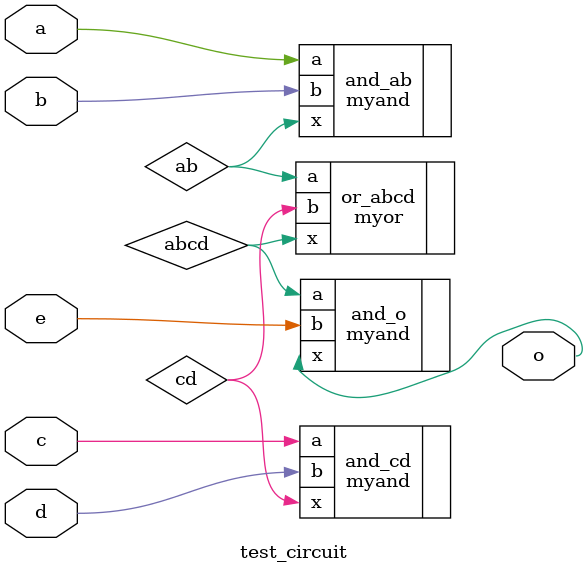
<source format=v>
module test_circuit(
  input a,
  input b,
  input c,
  input d,
  input e,
  output wire o
);

wire ab;
wire cd;
wire abcd;
myand and_ab(.a(a), .b(b), .x(ab));
myand and_cd(.a(c), .b(d), .x(cd));
myor or_abcd(.a(ab), .b(cd), .x(abcd));
myand and_o(.a(abcd), .b(e), .x(o));

endmodule
</source>
